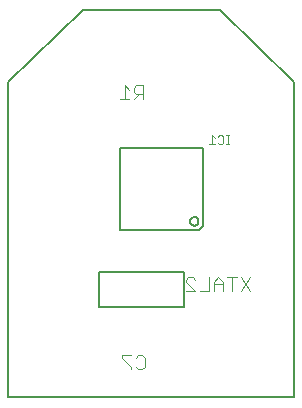
<source format=gbo>
G75*
G70*
%OFA0B0*%
%FSLAX24Y24*%
%IPPOS*%
%LPD*%
%AMOC8*
5,1,8,0,0,1.08239X$1,22.5*
%
%ADD10C,0.0080*%
%ADD11C,0.0060*%
%ADD12C,0.0030*%
%ADD13C,0.0000*%
%ADD14C,0.0050*%
%ADD15C,0.0040*%
D10*
X000196Y001085D02*
X009724Y001085D01*
X009724Y011580D01*
X007234Y013971D01*
X002686Y013971D01*
X000196Y011580D01*
X000196Y001085D01*
D11*
X003930Y006644D02*
X006550Y006644D01*
X006690Y006783D01*
X006690Y009403D01*
X003930Y009403D01*
X003930Y006644D01*
X006249Y006943D02*
X006251Y006966D01*
X006257Y006989D01*
X006266Y007010D01*
X006279Y007030D01*
X006295Y007047D01*
X006313Y007061D01*
X006333Y007072D01*
X006355Y007080D01*
X006378Y007084D01*
X006402Y007084D01*
X006425Y007080D01*
X006447Y007072D01*
X006467Y007061D01*
X006485Y007047D01*
X006501Y007030D01*
X006514Y007010D01*
X006523Y006989D01*
X006529Y006966D01*
X006531Y006943D01*
X006529Y006920D01*
X006523Y006897D01*
X006514Y006876D01*
X006501Y006856D01*
X006485Y006839D01*
X006467Y006825D01*
X006447Y006814D01*
X006425Y006806D01*
X006402Y006802D01*
X006378Y006802D01*
X006355Y006806D01*
X006333Y006814D01*
X006313Y006825D01*
X006295Y006839D01*
X006279Y006856D01*
X006266Y006876D01*
X006257Y006897D01*
X006251Y006920D01*
X006249Y006943D01*
D12*
X006875Y009513D02*
X007069Y009513D01*
X006972Y009513D02*
X006972Y009804D01*
X007069Y009707D01*
X007170Y009755D02*
X007218Y009804D01*
X007315Y009804D01*
X007364Y009755D01*
X007364Y009562D01*
X007315Y009513D01*
X007218Y009513D01*
X007170Y009562D01*
X007463Y009513D02*
X007560Y009513D01*
X007512Y009513D02*
X007512Y009804D01*
X007560Y009804D02*
X007463Y009804D01*
D13*
X007110Y013973D02*
X002710Y013973D01*
D14*
X003200Y005266D02*
X003200Y004085D01*
X006035Y004085D01*
X006035Y005266D01*
X003200Y005266D01*
D15*
X003973Y002479D02*
X003973Y002402D01*
X004280Y002095D01*
X004280Y002018D01*
X004433Y002095D02*
X004510Y002018D01*
X004663Y002018D01*
X004740Y002095D01*
X004740Y002402D01*
X004663Y002479D01*
X004510Y002479D01*
X004433Y002402D01*
X004280Y002479D02*
X003973Y002479D01*
X006117Y004618D02*
X006423Y004618D01*
X006117Y004925D01*
X006117Y005002D01*
X006193Y005079D01*
X006347Y005079D01*
X006423Y005002D01*
X006577Y004618D02*
X006884Y004618D01*
X006884Y005079D01*
X007037Y004925D02*
X007037Y004618D01*
X007037Y004849D02*
X007344Y004849D01*
X007344Y004925D02*
X007344Y004618D01*
X007344Y004925D02*
X007191Y005079D01*
X007037Y004925D01*
X007498Y005079D02*
X007805Y005079D01*
X007958Y005079D02*
X008265Y004618D01*
X007958Y004618D02*
X008265Y005079D01*
X007651Y005079D02*
X007651Y004618D01*
X004690Y011018D02*
X004690Y011479D01*
X004460Y011479D01*
X004383Y011402D01*
X004383Y011249D01*
X004460Y011172D01*
X004690Y011172D01*
X004537Y011172D02*
X004383Y011018D01*
X004230Y011018D02*
X003923Y011018D01*
X004076Y011018D02*
X004076Y011479D01*
X004230Y011325D01*
M02*

</source>
